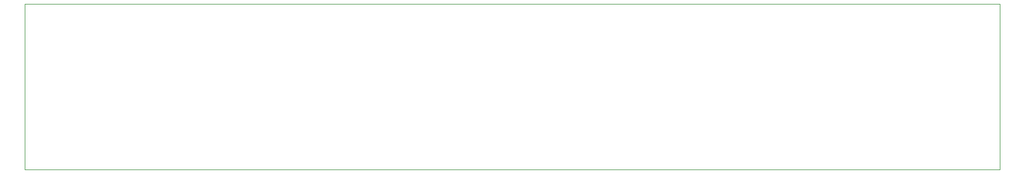
<source format=gbr>
%TF.GenerationSoftware,KiCad,Pcbnew,5.1.9-1.fc33*%
%TF.CreationDate,2021-04-16T18:18:08+01:00*%
%TF.ProjectId,cryosub_top_v01,6372796f-7375-4625-9f74-6f705f763031,rev?*%
%TF.SameCoordinates,Original*%
%TF.FileFunction,Profile,NP*%
%FSLAX46Y46*%
G04 Gerber Fmt 4.6, Leading zero omitted, Abs format (unit mm)*
G04 Created by KiCad (PCBNEW 5.1.9-1.fc33) date 2021-04-16 18:18:08*
%MOMM*%
%LPD*%
G01*
G04 APERTURE LIST*
%TA.AperFunction,Profile*%
%ADD10C,0.050000*%
%TD*%
G04 APERTURE END LIST*
D10*
X249250000Y-110000000D02*
X249250000Y-85000000D01*
X102500000Y-110000000D02*
X249250000Y-110000000D01*
X102500000Y-85000000D02*
X102500000Y-110000000D01*
X249250000Y-85000000D02*
X102500000Y-85000000D01*
M02*

</source>
